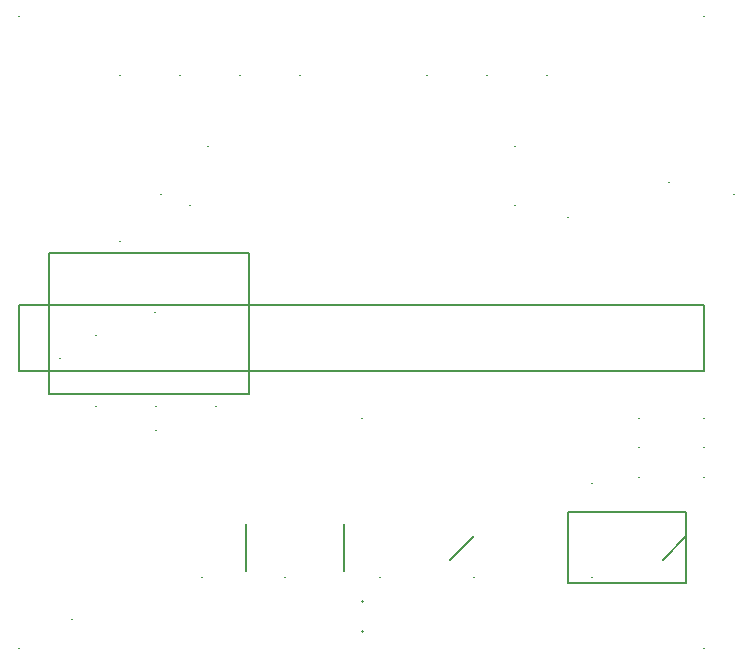
<source format=gto>
G04 PiDoors HAT v2.0 - Top Silkscreen*
G04 Generated: 2026-01-10*
G04 Board Size: 65mm x 56.5mm*
%FSLAX46Y46*%
%MOIN*%
%TF.GenerationSoftware,PiDoors,PCBGenerator,2.0*%
%TF.SameCoordinates,Original*%
%TF.FileFunction,Legend,Top*%
%TF.FilePolarity,Positive*%
G04 Aperture Definitions*
%ADD10C,0.006*%
%ADD11C,0.008*%
%ADD12C,0.010*%
G04*
G04 Title Text*
D12*
G04 "PiDoors HAT v2.0" at (32.5mm, 3mm)*
X1279528Y118110D02*
X1279528Y118110D01*
G04 "Wiegand | OSDP | NFC" at (32.5mm, 5.5mm)*
X1279528Y216535D02*
X1279528Y216535D01*
G04*
G04 Component Reference Designators*
D10*
G04 H1*
X137795Y59055D02*
X137795Y59055D01*
G04 H2*
X2421260Y59055D02*
X2421260Y59055D01*
G04 H3*
X137795Y2165354D02*
X137795Y2165354D01*
G04 H4*
X2421260Y2165354D02*
X2421260Y2165354D01*
G04*
G04 J1 - Raspberry Pi Header*
X1279528Y827559D02*
X1279528Y827559D01*
G04 J2 - 12V DC*
X314961Y157480D02*
X314961Y157480D01*
G04 J3 - Wiegand*
X767717Y1732283D02*
X767717Y1732283D01*
G04 J4 - RS485*
X1791339Y1732283D02*
X1791339Y1732283D01*
G04 J7 - Relay Out*
X594094Y787402D02*
X594094Y787402D01*
G04*
G04 Power Section Labels*
G04 F1*
X748031Y295276D02*
X748031Y295276D01*
G04 D1*
X1023622Y295276D02*
X1023622Y295276D01*
G04 D7*
X1341732Y295276D02*
X1341732Y295276D01*
G04 C1*
X1653543Y295276D02*
X1653543Y295276D01*
G04 U1*
X2047244Y295276D02*
X2047244Y295276D01*
G04 C2*
X2362205Y295276D02*
X2362205Y295276D01*
G04 U2*
X2047244Y610236D02*
X2047244Y610236D01*
G04*
G04 Interface Section Labels*
G04 U3*
X1968504Y1496063D02*
X1968504Y1496063D01*
G04 U4*
X708661Y1535433D02*
X708661Y1535433D01*
G04 U5*
X2519685Y1574803D02*
X2519685Y1574803D01*
G04*
G04 Relay Section Labels*
G04 K1*
X590551Y1181102D02*
X590551Y1181102D01*
G04 Q1*
X472441Y1417323D02*
X472441Y1417323D01*
G04 R5*
X472441Y1377953D02*
X472441Y1377953D01*
G04 D6*
X393701Y1102362D02*
X393701Y1102362D01*
G04*
G04 LED Labels*
G04 D8 - PWR*
X2421260Y630315D02*
X2421260Y630315D01*
G04 D9 - OK*
X2421260Y728740D02*
X2421260Y728740D01*
G04 D10 - ERR*
X2421260Y827165D02*
X2421260Y827165D01*
G04 R10*
X2204724Y630315D02*
X2204724Y630315D01*
G04 R11*
X2204724Y728740D02*
X2204724Y728740D01*
G04 R12*
X2204724Y827165D02*
X2204724Y827165D01*
G04*
G04 Terminal Block Pin Labels*
G04 J3: D0 D1 5V GND*
D11*
X472441Y1968504D02*
X472441Y1968504D01*
X672441Y1968504D02*
X672441Y1968504D01*
X872441Y1968504D02*
X872441Y1968504D01*
X1072441Y1968504D02*
X1072441Y1968504D01*
G04 J4: A B GND*
X1496063Y1968504D02*
X1496063Y1968504D01*
X1696063Y1968504D02*
X1696063Y1968504D01*
X1896063Y1968504D02*
X1896063Y1968504D01*
G04 J7: NO COM NC*
X393701Y866142D02*
X393701Y866142D01*
X594094Y866142D02*
X594094Y866142D01*
X794488Y866142D02*
X794488Y866142D01*
G04*
G04 Polarity Indicators*
G04 C1 + marker*
X1574803Y354331D02*
X1653543Y433071D01*
G04 C2 + marker*
X2283465Y354331D02*
X2362205Y433071D01*
G04 D1 cathode band*
X893701Y314961D02*
X893701Y472441D01*
G04 D7 cathode band*
X1220472Y314961D02*
X1220472Y472441D01*
G04*
G04 Pin 1 Indicators*
G04 U3 Pin 1 dot*
X1791339Y1535433D02*
X1791339Y1535433D01*
G04 U4 Pin 1 dot*
X610236Y1574803D02*
X610236Y1574803D01*
G04 U5 Pin 1 dot*
X2303150Y1614173D02*
X2303150Y1614173D01*
G04 J1 Pin 1 marker*
X275591Y1026378D02*
X275591Y1026378D01*
G04*
G04 Component Outlines*
D11*
G04 J1 GPIO Header Outline*
X137795Y984252D02*
X2421260Y984252D01*
X2421260Y1204724D01*
X137795Y1204724D01*
X137795Y984252D01*
G04*
G04 K1 Relay Outline*
X236220Y905512D02*
X905512Y905512D01*
X905512Y1377953D01*
X236220Y1377953D01*
X236220Y905512D01*
G04*
G04 U1 DC-DC Converter Outline*
X1968504Y275591D02*
X2362205Y275591D01*
X2362205Y511811D01*
X1968504Y511811D01*
X1968504Y275591D01*
G04*
M02*

</source>
